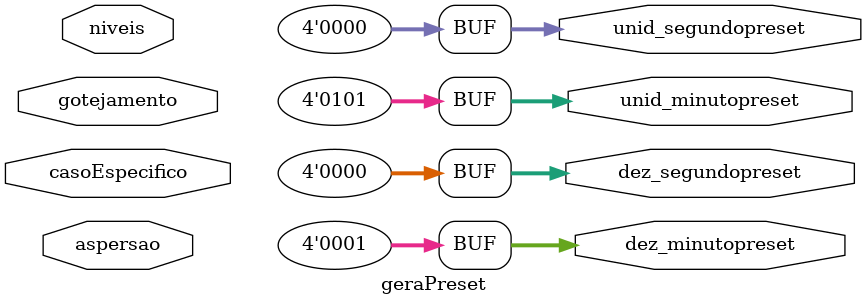
<source format=v>
module geraPreset(niveis,aspersao,gotejamento,casoEspecifico,dez_segundopreset,unid_segundopreset,unid_minutopreset,dez_minutopreset);
	output [3:0] dez_segundopreset,unid_segundopreset,dez_minutopreset,unid_minutopreset;
	input aspersao,gotejamento,casoEspecifico;
	input [2:0] niveis;
	
	assign unid_segundopreset = 4'b0000;
	assign dez_segundopreset = 4'b0000;
	assign unid_minutopreset = 4'b0101;
	assign dez_minutopreset = 4'b0001;
endmodule
</source>
